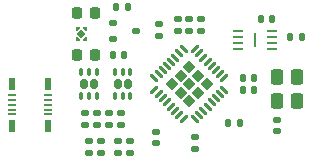
<source format=gbr>
%TF.GenerationSoftware,KiCad,Pcbnew,9.0.2*%
%TF.CreationDate,2025-06-09T13:24:08-05:00*%
%TF.ProjectId,ICEBATS384,49434542-4154-4533-9338-342e6b696361,rev?*%
%TF.SameCoordinates,Original*%
%TF.FileFunction,Paste,Top*%
%TF.FilePolarity,Positive*%
%FSLAX46Y46*%
G04 Gerber Fmt 4.6, Leading zero omitted, Abs format (unit mm)*
G04 Created by KiCad (PCBNEW 9.0.2) date 2025-06-09 13:24:08*
%MOMM*%
%LPD*%
G01*
G04 APERTURE LIST*
G04 Aperture macros list*
%AMRoundRect*
0 Rectangle with rounded corners*
0 $1 Rounding radius*
0 $2 $3 $4 $5 $6 $7 $8 $9 X,Y pos of 4 corners*
0 Add a 4 corners polygon primitive as box body*
4,1,4,$2,$3,$4,$5,$6,$7,$8,$9,$2,$3,0*
0 Add four circle primitives for the rounded corners*
1,1,$1+$1,$2,$3*
1,1,$1+$1,$4,$5*
1,1,$1+$1,$6,$7*
1,1,$1+$1,$8,$9*
0 Add four rect primitives between the rounded corners*
20,1,$1+$1,$2,$3,$4,$5,0*
20,1,$1+$1,$4,$5,$6,$7,0*
20,1,$1+$1,$6,$7,$8,$9,0*
20,1,$1+$1,$8,$9,$2,$3,0*%
%AMRotRect*
0 Rectangle, with rotation*
0 The origin of the aperture is its center*
0 $1 length*
0 $2 width*
0 $3 Rotation angle, in degrees counterclockwise*
0 Add horizontal line*
21,1,$1,$2,0,0,$3*%
%AMFreePoly0*
4,1,6,0.130000,0.115000,0.130000,-0.115000,-0.130000,-0.115000,-0.130000,0.275000,-0.020000,0.275000,0.130000,0.115000,0.130000,0.115000,$1*%
%AMFreePoly1*
4,1,6,0.130000,-0.115000,-0.130000,-0.115000,-0.130000,0.115000,0.020000,0.275000,0.130000,0.275000,0.130000,-0.115000,0.130000,-0.115000,$1*%
G04 Aperture macros list end*
%ADD10RoundRect,0.112500X-0.237500X0.112500X-0.237500X-0.112500X0.237500X-0.112500X0.237500X0.112500X0*%
%ADD11RoundRect,0.147500X-0.172500X0.147500X-0.172500X-0.147500X0.172500X-0.147500X0.172500X0.147500X0*%
%ADD12RoundRect,0.135000X0.185000X-0.135000X0.185000X0.135000X-0.185000X0.135000X-0.185000X-0.135000X0*%
%ADD13RoundRect,0.140000X0.170000X-0.140000X0.170000X0.140000X-0.170000X0.140000X-0.170000X-0.140000X0*%
%ADD14RoundRect,0.172500X0.172500X-0.232500X0.172500X0.232500X-0.172500X0.232500X-0.172500X-0.232500X0*%
%ADD15RoundRect,0.075000X0.075000X-0.247500X0.075000X0.247500X-0.075000X0.247500X-0.075000X-0.247500X0*%
%ADD16RoundRect,0.225000X-0.225000X-0.250000X0.225000X-0.250000X0.225000X0.250000X-0.225000X0.250000X0*%
%ADD17RoundRect,0.140000X-0.140000X-0.170000X0.140000X-0.170000X0.140000X0.170000X-0.140000X0.170000X0*%
%ADD18RoundRect,0.040000X-0.040000X-0.605000X0.040000X-0.605000X0.040000X0.605000X-0.040000X0.605000X0*%
%ADD19RoundRect,0.062500X-0.387500X-0.062500X0.387500X-0.062500X0.387500X0.062500X-0.387500X0.062500X0*%
%ADD20RoundRect,0.207500X0.000000X-0.293449X0.293449X0.000000X0.000000X0.293449X-0.293449X0.000000X0*%
%ADD21RoundRect,0.062500X-0.220971X-0.309359X0.309359X0.220971X0.220971X0.309359X-0.309359X-0.220971X0*%
%ADD22RoundRect,0.062500X0.220971X-0.309359X0.309359X-0.220971X-0.220971X0.309359X-0.309359X0.220971X0*%
%ADD23RoundRect,0.135000X-0.185000X0.135000X-0.185000X-0.135000X0.185000X-0.135000X0.185000X0.135000X0*%
%ADD24RoundRect,0.135000X0.135000X0.185000X-0.135000X0.185000X-0.135000X-0.185000X0.135000X-0.185000X0*%
%ADD25RoundRect,0.140000X-0.170000X0.140000X-0.170000X-0.140000X0.170000X-0.140000X0.170000X0.140000X0*%
%ADD26RoundRect,0.140000X0.140000X0.170000X-0.140000X0.170000X-0.140000X-0.170000X0.140000X-0.170000X0*%
%ADD27FreePoly0,0.000000*%
%ADD28FreePoly1,0.000000*%
%ADD29FreePoly0,180.000000*%
%ADD30FreePoly1,180.000000*%
%ADD31RotRect,0.520000X0.520000X225.000000*%
%ADD32R,0.700000X0.220000*%
%ADD33R,0.500000X1.000000*%
%ADD34RoundRect,0.250000X0.300000X-0.400000X0.300000X0.400000X-0.300000X0.400000X-0.300000X-0.400000X0*%
G04 APERTURE END LIST*
D10*
%TO.C,U3*%
X37000000Y-35500000D03*
X35000000Y-36150000D03*
X35000000Y-34850000D03*
%TD*%
D11*
%TO.C,D2*%
X34000000Y-45800000D03*
X34000000Y-44830000D03*
%TD*%
D12*
%TO.C,R6*%
X33686790Y-42448711D03*
X33686790Y-43468711D03*
%TD*%
%TO.C,R5*%
X32686790Y-42448711D03*
X32686790Y-43468711D03*
%TD*%
%TO.C,R7*%
X34686790Y-42448711D03*
X34686790Y-43468711D03*
%TD*%
D13*
%TO.C,C7*%
X41500000Y-35480000D03*
X41500000Y-34520000D03*
%TD*%
D11*
%TO.C,D4*%
X36500000Y-44830000D03*
X36500000Y-45800000D03*
%TD*%
D14*
%TO.C,Q1*%
X32575000Y-39972500D03*
X33425000Y-39972500D03*
D15*
X32350000Y-41000000D03*
X33000000Y-41000000D03*
X33650000Y-41000000D03*
X33650000Y-38945000D03*
X33000000Y-38945000D03*
X32350000Y-38945000D03*
%TD*%
D16*
%TO.C,C9*%
X31950000Y-34000000D03*
X33500000Y-34000000D03*
%TD*%
D14*
%TO.C,Q2*%
X35425000Y-39972500D03*
X36275000Y-39972500D03*
D15*
X35200000Y-41000000D03*
X35850000Y-41000000D03*
X36500000Y-41000000D03*
X36500000Y-38945000D03*
X35850000Y-38945000D03*
X35200000Y-38945000D03*
%TD*%
D17*
%TO.C,C11*%
X35040000Y-37500000D03*
X36000000Y-37500000D03*
%TD*%
D18*
%TO.C,U2*%
X47075000Y-36250000D03*
D19*
X45650000Y-35500000D03*
X45650000Y-36000000D03*
X45650000Y-36500000D03*
X45650000Y-37000000D03*
X48500000Y-37000000D03*
X48500000Y-36500000D03*
X48500000Y-36000000D03*
X48500000Y-35500000D03*
%TD*%
D20*
%TO.C,U1*%
X40043360Y-40000000D03*
X40771680Y-40728320D03*
X41500000Y-41456640D03*
X40771680Y-39271680D03*
X41500000Y-40000000D03*
X42228320Y-40728320D03*
X41500000Y-38543360D03*
X42228320Y-39271680D03*
X42956640Y-40000000D03*
D21*
X38538990Y-40486136D03*
X38892544Y-40839689D03*
X39246097Y-41193243D03*
X39599651Y-41546796D03*
X39953204Y-41900349D03*
X40306757Y-42253903D03*
X40660311Y-42607456D03*
X41013864Y-42961010D03*
D22*
X41986136Y-42961010D03*
X42339689Y-42607456D03*
X42693243Y-42253903D03*
X43046796Y-41900349D03*
X43400349Y-41546796D03*
X43753903Y-41193243D03*
X44107456Y-40839689D03*
X44461010Y-40486136D03*
D21*
X44461010Y-39513864D03*
X44107456Y-39160311D03*
X43753903Y-38806757D03*
X43400349Y-38453204D03*
X43046796Y-38099651D03*
X42693243Y-37746097D03*
X42339689Y-37392544D03*
X41986136Y-37038990D03*
D22*
X41013864Y-37038990D03*
X40660311Y-37392544D03*
X40306757Y-37746097D03*
X39953204Y-38099651D03*
X39599651Y-38453204D03*
X39246097Y-38806757D03*
X38892544Y-39160311D03*
X38538990Y-39513864D03*
%TD*%
D23*
%TO.C,R3*%
X38900000Y-34880000D03*
X38900000Y-35900000D03*
%TD*%
D24*
%TO.C,R1*%
X45800000Y-43300000D03*
X44780000Y-43300000D03*
%TD*%
D25*
%TO.C,C5*%
X38700000Y-44020000D03*
X38700000Y-44980000D03*
%TD*%
D24*
%TO.C,R4*%
X51010000Y-36000000D03*
X49990000Y-36000000D03*
%TD*%
D25*
%TO.C,C4*%
X42000000Y-44500000D03*
X42000000Y-45460000D03*
%TD*%
D26*
%TO.C,C8*%
X48500000Y-34500000D03*
X47540000Y-34500000D03*
%TD*%
D11*
%TO.C,D3*%
X35500000Y-44830000D03*
X35500000Y-45800000D03*
%TD*%
D17*
%TO.C,C3*%
X46040000Y-39500000D03*
X47000000Y-39500000D03*
%TD*%
D25*
%TO.C,C12*%
X48900000Y-43000000D03*
X48900000Y-43960000D03*
%TD*%
D11*
%TO.C,D1*%
X33000000Y-44830000D03*
X33000000Y-45800000D03*
%TD*%
D16*
%TO.C,C10*%
X31950000Y-37500000D03*
X33500000Y-37500000D03*
%TD*%
D27*
%TO.C,U4*%
X32039627Y-36240502D03*
D28*
X32689627Y-36240502D03*
D29*
X32689627Y-35270502D03*
D30*
X32039627Y-35270502D03*
D31*
X32364627Y-35755502D03*
%TD*%
D32*
%TO.C,J1*%
X29549999Y-42550005D03*
X29549999Y-42150003D03*
X29549999Y-41750004D03*
X29549999Y-41350005D03*
X29549999Y-40950003D03*
X26450001Y-42550005D03*
X26450001Y-42150003D03*
X26450001Y-41750004D03*
X26450001Y-41350005D03*
X26450001Y-40950003D03*
D33*
X29500000Y-43500000D03*
X29500000Y-40000008D03*
X26500000Y-43500000D03*
X26500000Y-40000008D03*
%TD*%
D17*
%TO.C,C2*%
X46040000Y-40500000D03*
X47000000Y-40500000D03*
%TD*%
D13*
%TO.C,C1*%
X42500000Y-35480000D03*
X42500000Y-34520000D03*
%TD*%
D24*
%TO.C,R2*%
X36300000Y-33500000D03*
X35280000Y-33500000D03*
%TD*%
D34*
%TO.C,Y1*%
X50599651Y-41453204D03*
X50599651Y-39353204D03*
X48949651Y-39353204D03*
X48949651Y-41453204D03*
%TD*%
D13*
%TO.C,C6*%
X40500000Y-35480000D03*
X40500000Y-34520000D03*
%TD*%
D12*
%TO.C,R8*%
X35686790Y-42448711D03*
X35686790Y-43468711D03*
%TD*%
M02*

</source>
